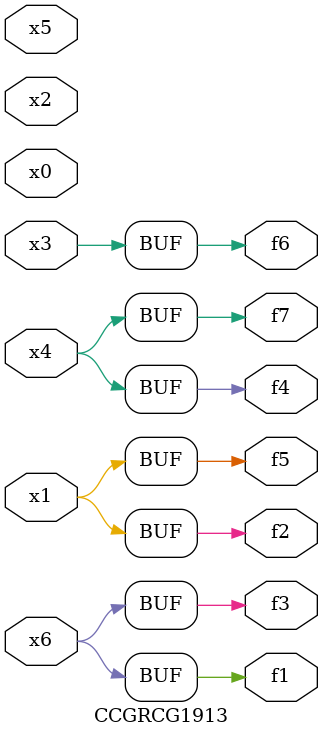
<source format=v>
module CCGRCG1913(
	input x0, x1, x2, x3, x4, x5, x6,
	output f1, f2, f3, f4, f5, f6, f7
);
	assign f1 = x6;
	assign f2 = x1;
	assign f3 = x6;
	assign f4 = x4;
	assign f5 = x1;
	assign f6 = x3;
	assign f7 = x4;
endmodule

</source>
